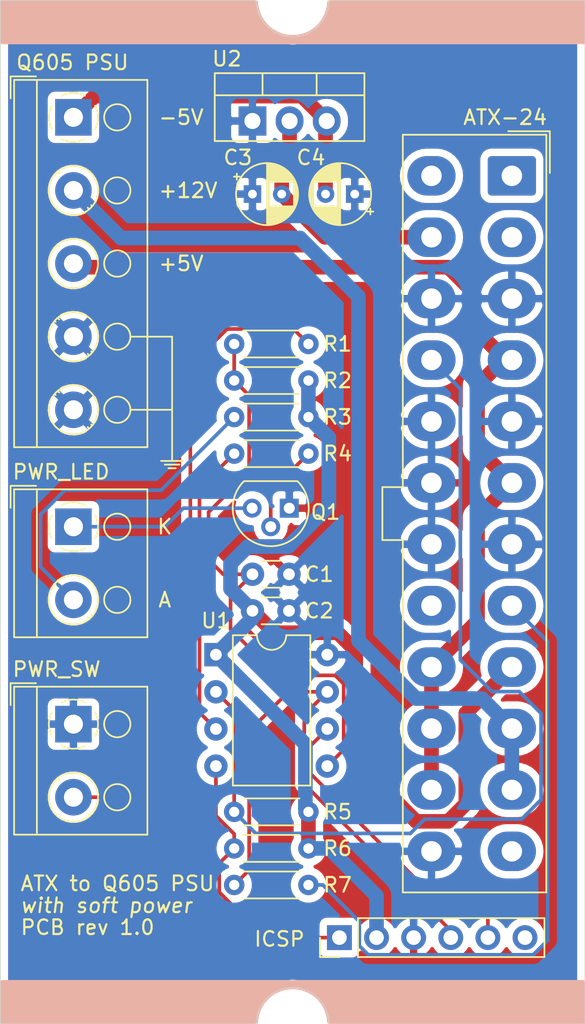
<source format=kicad_pcb>
(kicad_pcb (version 20171130) (host pcbnew "(5.1.6-0-10_14)")
  (layers (0 F.Cu signal) (31 B.Cu signal) (34 B.Paste user) (35 F.Paste user) (36 B.SilkS user) (37 F.SilkS user) (38 B.Mask user) (39 F.Mask user) (44 Edge.Cuts user))
  (net 0 "")
  (net 1 GND)
  (net 2 /PWR_SW)
  (net 3 +5VA)
  (net 4 -12V)
  (net 5 -5V)
  (net 6 "Net-(J1-Pad20)")
  (net 7 /~ATX_PWR_ON~)
  (net 8 +12V)
  (net 9 /ATX_PWR_OK)
  (net 10 +5V)
  (net 11 "Net-(J2-Pad2)")
  (net 12 /LED_A)
  (net 13 /LED_K)
  (net 14 "Net-(J5-Pad6)")
  (net 15 /ICSP_CLK)
  (net 16 /ICSP_DAT)
  (net 17 /~MCLR~)
  (net 18 "Net-(Q1-Pad2)")
  (net 19 /PWR_LED)
  (net 20 "Net-(J1-Pad1)")
  (module Resistor_THT:R_Axial_DIN0204_L3.6mm_D1.6mm_P5.08mm_Horizontal (layer F.Cu) (at 136 140.5)
    (fp_text reference R7 (at 6 0) (layer F.SilkS) (effects (justify left)))
    (fp_text value 10k)
    (fp_line (start 0.62 -0.92) (end 4.46 -0.92) (layer F.SilkS) (width 0.12))
    (fp_line (start 0.62 0.92) (end 4.46 0.92) (layer F.SilkS) (width 0.12))
    (pad 2 thru_hole oval (at 5.08 0) (size 1.4 1.4) (drill 0.7) (layers *.Cu *.Mask) (net 9 /ATX_PWR_OK))
    (pad 1 thru_hole circle (at 0 0) (size 1.4 1.4) (drill 0.7) (layers *.Cu *.Mask) (net 16 /ICSP_DAT))
  )
  (module Package_TO_SOT_THT:TO-92 (layer F.Cu) (at 139.77 114.73 180)
    (fp_text reference Q1 (at -2.48 -0.27) (layer F.SilkS))
    (fp_text value Q_NPN_EBC)
    (fp_line (start -0.53 1.85) (end 3.07 1.85) (layer F.SilkS) (width 0.12))
    (fp_arc (start 1.27 0) (end 1.27 -2.6) (angle 135) (layer F.SilkS) (width 0.12))
    (fp_arc (start 1.27 0) (end 1.27 -2.6) (angle -135) (layer F.SilkS) (width 0.12))
    (pad 1 thru_hole rect (at 0 0 270) (size 1.3 1.3) (drill 0.75) (layers *.Cu *.Mask) (net 1 GND))
    (pad 3 thru_hole circle (at 2.54 0 270) (size 1.3 1.3) (drill 0.75) (layers *.Cu *.Mask) (net 13 /LED_K))
    (pad 2 thru_hole circle (at 1.27 -1.27 270) (size 1.3 1.3) (drill 0.75) (layers *.Cu *.Mask) (net 18 "Net-(Q1-Pad2)"))
  )
  (module Resistor_THT:R_Axial_DIN0204_L3.6mm_D1.6mm_P5.08mm_Horizontal (layer F.Cu) (at 136 111)
    (fp_text reference R4 (at 6 0) (layer F.SilkS) (effects (justify left)))
    (fp_text value 10k)
    (fp_line (start 0.62 0.92) (end 4.46 0.92) (layer F.SilkS) (width 0.12))
    (fp_line (start 0.62 -0.92) (end 4.46 -0.92) (layer F.SilkS) (width 0.12))
    (pad 2 thru_hole oval (at 5.08 0) (size 1.4 1.4) (drill 0.7) (layers *.Cu *.Mask) (net 18 "Net-(Q1-Pad2)"))
    (pad 1 thru_hole circle (at 0 0) (size 1.4 1.4) (drill 0.7) (layers *.Cu *.Mask) (net 19 /PWR_LED))
  )
  (module Resistor_THT:R_Axial_DIN0204_L3.6mm_D1.6mm_P5.08mm_Horizontal (layer F.Cu) (at 136 108.5)
    (fp_text reference R3 (at 6 0) (layer F.SilkS) (effects (justify left)))
    (fp_text value 0)
    (fp_line (start 0.62 0.92) (end 4.46 0.92) (layer F.SilkS) (width 0.12))
    (fp_line (start 0.62 -0.92) (end 4.46 -0.92) (layer F.SilkS) (width 0.12))
    (pad 2 thru_hole oval (at 5.08 0) (size 1.4 1.4) (drill 0.7) (layers *.Cu *.Mask) (net 3 +5VA))
    (pad 1 thru_hole circle (at 0 0) (size 1.4 1.4) (drill 0.7) (layers *.Cu *.Mask) (net 12 /LED_A))
  )
  (module Resistor_THT:R_Axial_DIN0204_L3.6mm_D1.6mm_P5.08mm_Horizontal (layer F.Cu) (at 136 106)
    (fp_text reference R2 (at 6 0) (layer F.SilkS) (effects (justify left)))
    (fp_text value 10k)
    (fp_line (start 0.62 0.92) (end 4.46 0.92) (layer F.SilkS) (width 0.12))
    (fp_line (start 0.62 -0.92) (end 4.46 -0.92) (layer F.SilkS) (width 0.12))
    (pad 2 thru_hole oval (at 5.08 0) (size 1.4 1.4) (drill 0.7) (layers *.Cu *.Mask) (net 3 +5VA))
    (pad 1 thru_hole circle (at 0 0) (size 1.4 1.4) (drill 0.7) (layers *.Cu *.Mask) (net 2 /PWR_SW))
  )
  (module Resistor_THT:R_Axial_DIN0204_L3.6mm_D1.6mm_P5.08mm_Horizontal (layer F.Cu) (at 136 103.5)
    (fp_text reference R1 (at 6 0) (layer F.SilkS) (effects (justify left)))
    (fp_text value 1k)
    (fp_line (start 0.62 0.92) (end 4.46 0.92) (layer F.SilkS) (width 0.12))
    (fp_line (start 0.62 -0.92) (end 4.46 -0.92) (layer F.SilkS) (width 0.12))
    (pad 2 thru_hole oval (at 5.08 0) (size 1.4 1.4) (drill 0.7) (layers *.Cu *.Mask) (net 11 "Net-(J2-Pad2)"))
    (pad 1 thru_hole circle (at 0 0) (size 1.4 1.4) (drill 0.7) (layers *.Cu *.Mask) (net 2 /PWR_SW))
  )
  (module TerminalBlock_RND:TerminalBlock_RND_205-00004_1x05_P5.00mm_Horizontal (layer F.Cu) (at 125 88 270)
    (fp_text reference J4 hide)
    (fp_text value Screw_Terminal_01x05)
    (fp_line (start -2.8 4.3) (end -1.3 4.3) (layer F.SilkS) (width 0.12))
    (fp_line (start -2.8 2.56) (end -2.8 4.3) (layer F.SilkS) (width 0.12))
    (fp_line (start 18.82 0.976) (end 18.726 1.069) (layer F.SilkS) (width 0.12))
    (fp_line (start 21.07 -1.275) (end 21.011 -1.216) (layer F.SilkS) (width 0.12))
    (fp_line (start 18.99 1.216) (end 18.931 1.274) (layer F.SilkS) (width 0.12))
    (fp_line (start 21.275 -1.069) (end 21.181 -0.976) (layer F.SilkS) (width 0.12))
    (fp_line (start 13.82 0.976) (end 13.726 1.069) (layer F.SilkS) (width 0.12))
    (fp_line (start 16.07 -1.275) (end 16.011 -1.216) (layer F.SilkS) (width 0.12))
    (fp_line (start 13.99 1.216) (end 13.931 1.274) (layer F.SilkS) (width 0.12))
    (fp_line (start 16.275 -1.069) (end 16.181 -0.976) (layer F.SilkS) (width 0.12))
    (fp_line (start 8.82 0.976) (end 8.726 1.069) (layer F.SilkS) (width 0.12))
    (fp_line (start 11.07 -1.275) (end 11.011 -1.216) (layer F.SilkS) (width 0.12))
    (fp_line (start 8.99 1.216) (end 8.931 1.274) (layer F.SilkS) (width 0.12))
    (fp_line (start 11.275 -1.069) (end 11.181 -0.976) (layer F.SilkS) (width 0.12))
    (fp_line (start 3.82 0.976) (end 3.726 1.069) (layer F.SilkS) (width 0.12))
    (fp_line (start 6.07 -1.275) (end 6.011 -1.216) (layer F.SilkS) (width 0.12))
    (fp_line (start 3.99 1.216) (end 3.931 1.274) (layer F.SilkS) (width 0.12))
    (fp_line (start 6.275 -1.069) (end 6.181 -0.976) (layer F.SilkS) (width 0.12))
    (fp_line (start 22.56 -5.06) (end 22.56 4.06) (layer F.SilkS) (width 0.12))
    (fp_line (start -2.56 -5.06) (end -2.56 4.06) (layer F.SilkS) (width 0.12))
    (fp_line (start -2.56 4.06) (end 22.56 4.06) (layer F.SilkS) (width 0.12))
    (fp_line (start -2.56 -5.06) (end 22.56 -5.06) (layer F.SilkS) (width 0.12))
    (fp_line (start -2.56 2.5) (end 22.56 2.5) (layer F.SilkS) (width 0.12))
    (fp_circle (center 20 -3) (end 20.9 -3) (layer F.SilkS) (width 0.12))
    (fp_circle (center 20 0) (end 21.68 0) (layer F.SilkS) (width 0.12))
    (fp_circle (center 15 -3) (end 15.9 -3) (layer F.SilkS) (width 0.12))
    (fp_circle (center 15 0) (end 16.68 0) (layer F.SilkS) (width 0.12))
    (fp_circle (center 10 -3) (end 10.9 -3) (layer F.SilkS) (width 0.12))
    (fp_circle (center 10 0) (end 11.68 0) (layer F.SilkS) (width 0.12))
    (fp_circle (center 5 -3) (end 5.9 -3) (layer F.SilkS) (width 0.12))
    (fp_circle (center 5 0) (end 6.68 0) (layer F.SilkS) (width 0.12))
    (fp_circle (center 0 -3) (end 0.9 -3) (layer F.SilkS) (width 0.12))
    (fp_arc (start 0 0) (end -0.789 1.484) (angle -29) (layer F.SilkS) (width 0.12))
    (fp_arc (start 0 0) (end -1.484 -0.789) (angle -56) (layer F.SilkS) (width 0.12))
    (fp_arc (start 0 0) (end 0.789 -1.484) (angle -56) (layer F.SilkS) (width 0.12))
    (fp_arc (start 0 0) (end 1.484 0.789) (angle -56) (layer F.SilkS) (width 0.12))
    (fp_arc (start 0 0) (end 0 1.68) (angle -28) (layer F.SilkS) (width 0.12))
    (pad 5 thru_hole circle (at 20 0 270) (size 2.5 2.5) (drill 1.3) (layers *.Cu *.Mask) (net 1 GND))
    (pad 4 thru_hole circle (at 15 0 270) (size 2.5 2.5) (drill 1.3) (layers *.Cu *.Mask) (net 1 GND))
    (pad 3 thru_hole circle (at 10 0 270) (size 2.5 2.5) (drill 1.3) (layers *.Cu *.Mask) (net 10 +5V))
    (pad 2 thru_hole circle (at 5 0 270) (size 2.5 2.5) (drill 1.3) (layers *.Cu *.Mask) (net 8 +12V))
    (pad 1 thru_hole rect (at 0 0 270) (size 2.5 2.5) (drill 1.3) (layers *.Cu *.Mask) (net 5 -5V))
  )
  (module TerminalBlock_RND:TerminalBlock_RND_205-00001_1x02_P5.00mm_Horizontal (layer F.Cu) (at 125 129.5 270)
    (fp_text reference J2 hide)
    (fp_text value Screw_Terminal_01x02)
    (fp_line (start -2.8 4.3) (end -1.3 4.3) (layer F.SilkS) (width 0.12))
    (fp_line (start -2.8 2.56) (end -2.8 4.3) (layer F.SilkS) (width 0.12))
    (fp_line (start 3.82 0.976) (end 3.726 1.069) (layer F.SilkS) (width 0.12))
    (fp_line (start 6.07 -1.275) (end 6.011 -1.216) (layer F.SilkS) (width 0.12))
    (fp_line (start 3.99 1.216) (end 3.931 1.274) (layer F.SilkS) (width 0.12))
    (fp_line (start 6.275 -1.069) (end 6.181 -0.976) (layer F.SilkS) (width 0.12))
    (fp_line (start 7.56 -5.06) (end 7.56 4.06) (layer F.SilkS) (width 0.12))
    (fp_line (start -2.56 -5.06) (end -2.56 4.06) (layer F.SilkS) (width 0.12))
    (fp_line (start -2.56 4.06) (end 7.56 4.06) (layer F.SilkS) (width 0.12))
    (fp_line (start -2.56 -5.06) (end 7.56 -5.06) (layer F.SilkS) (width 0.12))
    (fp_line (start -2.56 2.5) (end 7.56 2.5) (layer F.SilkS) (width 0.12))
    (fp_circle (center 5 -3) (end 5.9 -3) (layer F.SilkS) (width 0.12))
    (fp_circle (center 5 0) (end 6.68 0) (layer F.SilkS) (width 0.12))
    (fp_circle (center 0 -3) (end 0.9 -3) (layer F.SilkS) (width 0.12))
    (fp_arc (start 0 0) (end -0.789 1.484) (angle -29) (layer F.SilkS) (width 0.12))
    (fp_arc (start 0 0) (end -1.484 -0.789) (angle -56) (layer F.SilkS) (width 0.12))
    (fp_arc (start 0 0) (end 0.789 -1.484) (angle -56) (layer F.SilkS) (width 0.12))
    (fp_arc (start 0 0) (end 1.484 0.789) (angle -56) (layer F.SilkS) (width 0.12))
    (fp_arc (start 0 0) (end 0 1.68) (angle -28) (layer F.SilkS) (width 0.12))
    (pad 2 thru_hole circle (at 5 0 270) (size 2.5 2.5) (drill 1.3) (layers *.Cu *.Mask) (net 11 "Net-(J2-Pad2)"))
    (pad 1 thru_hole rect (at 0 0 270) (size 2.5 2.5) (drill 1.3) (layers *.Cu *.Mask) (net 1 GND))
  )
  (module TerminalBlock_RND:TerminalBlock_RND_205-00001_1x02_P5.00mm_Horizontal (layer F.Cu) (at 125 116 270)
    (fp_text reference J3 hide)
    (fp_text value Screw_Terminal_01x02)
    (fp_line (start -2.8 4.3) (end -1.3 4.3) (layer F.SilkS) (width 0.12))
    (fp_line (start -2.8 2.56) (end -2.8 4.3) (layer F.SilkS) (width 0.12))
    (fp_line (start 3.82 0.976) (end 3.726 1.069) (layer F.SilkS) (width 0.12))
    (fp_line (start 6.07 -1.275) (end 6.011 -1.216) (layer F.SilkS) (width 0.12))
    (fp_line (start 3.99 1.216) (end 3.931 1.274) (layer F.SilkS) (width 0.12))
    (fp_line (start 6.275 -1.069) (end 6.181 -0.976) (layer F.SilkS) (width 0.12))
    (fp_line (start 7.56 -5.06) (end 7.56 4.06) (layer F.SilkS) (width 0.12))
    (fp_line (start -2.56 -5.06) (end -2.56 4.06) (layer F.SilkS) (width 0.12))
    (fp_line (start -2.56 4.06) (end 7.56 4.06) (layer F.SilkS) (width 0.12))
    (fp_line (start -2.56 -5.06) (end 7.56 -5.06) (layer F.SilkS) (width 0.12))
    (fp_line (start -2.56 2.5) (end 7.56 2.5) (layer F.SilkS) (width 0.12))
    (fp_circle (center 5 -3) (end 5.9 -3) (layer F.SilkS) (width 0.12))
    (fp_circle (center 5 0) (end 6.68 0) (layer F.SilkS) (width 0.12))
    (fp_circle (center 0 -3) (end 0.9 -3) (layer F.SilkS) (width 0.12))
    (fp_arc (start 0 0) (end -0.789 1.484) (angle -29) (layer F.SilkS) (width 0.12))
    (fp_arc (start 0 0) (end -1.484 -0.789) (angle -56) (layer F.SilkS) (width 0.12))
    (fp_arc (start 0 0) (end 0.789 -1.484) (angle -56) (layer F.SilkS) (width 0.12))
    (fp_arc (start 0 0) (end 1.484 0.789) (angle -56) (layer F.SilkS) (width 0.12))
    (fp_arc (start 0 0) (end 0 1.68) (angle -28) (layer F.SilkS) (width 0.12))
    (pad 2 thru_hole circle (at 5 0 270) (size 2.5 2.5) (drill 1.3) (layers *.Cu *.Mask) (net 12 /LED_A))
    (pad 1 thru_hole rect (at 0 0 270) (size 2.5 2.5) (drill 1.3) (layers *.Cu *.Mask) (net 13 /LED_K))
  )
  (module Connector_Molex:Molex_Mini-Fit_Jr_5566-24A_2x12_P4.20mm_Vertical (layer F.Cu) (at 155 92 270)
    (fp_text reference J1 hide)
    (fp_text value ATX-24)
    (fp_line (start -3.05 -2.6) (end -3.05 0.25) (layer F.SilkS) (width 0.12))
    (fp_line (start -0.2 -2.6) (end -3.05 -2.6) (layer F.SilkS) (width 0.12))
    (fp_line (start 24.91 8.86) (end 23.1 8.86) (layer F.SilkS) (width 0.12))
    (fp_line (start 24.91 7.46) (end 24.91 8.86) (layer F.SilkS) (width 0.12))
    (fp_line (start 49.01 7.46) (end 24.91 7.46) (layer F.SilkS) (width 0.12))
    (fp_line (start 49.01 -2.36) (end 49.01 7.46) (layer F.SilkS) (width 0.12))
    (fp_line (start 23.1 -2.36) (end 49.01 -2.36) (layer F.SilkS) (width 0.12))
    (fp_line (start 21.29 8.86) (end 23.1 8.86) (layer F.SilkS) (width 0.12))
    (fp_line (start 21.29 7.46) (end 21.29 8.86) (layer F.SilkS) (width 0.12))
    (fp_line (start -2.81 7.46) (end 21.29 7.46) (layer F.SilkS) (width 0.12))
    (fp_line (start -2.81 -2.36) (end -2.81 7.46) (layer F.SilkS) (width 0.12))
    (fp_line (start 23.1 -2.36) (end -2.81 -2.36) (layer F.SilkS) (width 0.12))
    (pad 24 thru_hole oval (at 46.2 5.5 270) (size 2.7 3.3) (drill 1.4) (layers *.Cu *.Mask) (net 1 GND))
    (pad 23 thru_hole oval (at 42 5.5 270) (size 2.7 3.3) (drill 1.4) (layers *.Cu *.Mask) (net 10 +5V))
    (pad 22 thru_hole oval (at 37.8 5.5 270) (size 2.7 3.3) (drill 1.4) (layers *.Cu *.Mask) (net 10 +5V))
    (pad 21 thru_hole oval (at 33.6 5.5 270) (size 2.7 3.3) (drill 1.4) (layers *.Cu *.Mask) (net 10 +5V))
    (pad 20 thru_hole oval (at 29.4 5.5 270) (size 2.7 3.3) (drill 1.4) (layers *.Cu *.Mask) (net 6 "Net-(J1-Pad20)"))
    (pad 19 thru_hole oval (at 25.2 5.5 270) (size 2.7 3.3) (drill 1.4) (layers *.Cu *.Mask) (net 1 GND))
    (pad 18 thru_hole oval (at 21 5.5 270) (size 2.7 3.3) (drill 1.4) (layers *.Cu *.Mask) (net 1 GND))
    (pad 17 thru_hole oval (at 16.8 5.5 270) (size 2.7 3.3) (drill 1.4) (layers *.Cu *.Mask) (net 1 GND))
    (pad 16 thru_hole oval (at 12.6 5.5 270) (size 2.7 3.3) (drill 1.4) (layers *.Cu *.Mask) (net 7 /~ATX_PWR_ON~))
    (pad 15 thru_hole oval (at 8.4 5.5 270) (size 2.7 3.3) (drill 1.4) (layers *.Cu *.Mask) (net 1 GND))
    (pad 14 thru_hole oval (at 4.2 5.5 270) (size 2.7 3.3) (drill 1.4) (layers *.Cu *.Mask) (net 4 -12V))
    (pad 13 thru_hole oval (at 0 5.5 270) (size 2.7 3.3) (drill 1.4) (layers *.Cu *.Mask) (net 20 "Net-(J1-Pad1)"))
    (pad 12 thru_hole oval (at 46.2 0 270) (size 2.7 3.3) (drill 1.4) (layers *.Cu *.Mask) (net 20 "Net-(J1-Pad1)"))
    (pad 11 thru_hole oval (at 42 0 270) (size 2.7 3.3) (drill 1.4) (layers *.Cu *.Mask) (net 8 +12V))
    (pad 10 thru_hole oval (at 37.8 0 270) (size 2.7 3.3) (drill 1.4) (layers *.Cu *.Mask) (net 8 +12V))
    (pad 9 thru_hole oval (at 33.6 0 270) (size 2.7 3.3) (drill 1.4) (layers *.Cu *.Mask) (net 3 +5VA))
    (pad 8 thru_hole oval (at 29.4 0 270) (size 2.7 3.3) (drill 1.4) (layers *.Cu *.Mask) (net 9 /ATX_PWR_OK))
    (pad 7 thru_hole oval (at 25.2 0 270) (size 2.7 3.3) (drill 1.4) (layers *.Cu *.Mask) (net 1 GND))
    (pad 6 thru_hole oval (at 21 0 270) (size 2.7 3.3) (drill 1.4) (layers *.Cu *.Mask) (net 10 +5V))
    (pad 5 thru_hole oval (at 16.8 0 270) (size 2.7 3.3) (drill 1.4) (layers *.Cu *.Mask) (net 1 GND))
    (pad 4 thru_hole oval (at 12.6 0 270) (size 2.7 3.3) (drill 1.4) (layers *.Cu *.Mask) (net 10 +5V))
    (pad 3 thru_hole oval (at 8.4 0 270) (size 2.7 3.3) (drill 1.4) (layers *.Cu *.Mask) (net 1 GND))
    (pad 2 thru_hole oval (at 4.2 0 270) (size 2.7 3.3) (drill 1.4) (layers *.Cu *.Mask) (net 20 "Net-(J1-Pad1)"))
    (pad 1 thru_hole roundrect (at 0 0 270) (size 2.7 3.3) (drill 1.4) (layers *.Cu *.Mask) (roundrect_rratio 0.09259299999999999) (net 20 "Net-(J1-Pad1)"))
  )
  (module Package_TO_SOT_THT:TO-220-3_Vertical (layer F.Cu) (at 137.25 88.25)
    (fp_text reference U2 (at -1.75 -4.25) (layer F.SilkS))
    (fp_text value MC79M05_TO220)
    (fp_line (start 4.391 -3.27) (end 4.391 -1.76) (layer F.SilkS) (width 0.12))
    (fp_line (start 0.69 -3.27) (end 0.69 -1.76) (layer F.SilkS) (width 0.12))
    (fp_line (start -2.58 -1.76) (end 7.66 -1.76) (layer F.SilkS) (width 0.12))
    (fp_line (start 7.66 -3.27) (end 7.66 1.371) (layer F.SilkS) (width 0.12))
    (fp_line (start -2.58 -3.27) (end -2.58 1.371) (layer F.SilkS) (width 0.12))
    (fp_line (start -2.58 1.371) (end 7.66 1.371) (layer F.SilkS) (width 0.12))
    (fp_line (start -2.58 -3.27) (end 7.66 -3.27) (layer F.SilkS) (width 0.12))
    (pad 3 thru_hole oval (at 5.08 0) (size 1.905 2) (drill 1.1) (layers *.Cu *.Mask) (net 5 -5V))
    (pad 2 thru_hole oval (at 2.54 0) (size 1.905 2) (drill 1.1) (layers *.Cu *.Mask) (net 4 -12V))
    (pad 1 thru_hole rect (at 0 0) (size 1.905 2) (drill 1.1) (layers *.Cu *.Mask) (net 1 GND))
  )
  (module Package_DIP:DIP-8_W7.62mm (layer F.Cu) (at 134.75 124.75)
    (fp_text reference U1 (at 0 -2.33) (layer F.SilkS))
    (fp_text value PIC16F18313)
    (fp_line (start 6.46 -1.33) (end 4.81 -1.33) (layer F.SilkS) (width 0.12))
    (fp_line (start 6.46 8.95) (end 6.46 -1.33) (layer F.SilkS) (width 0.12))
    (fp_line (start 1.16 8.95) (end 6.46 8.95) (layer F.SilkS) (width 0.12))
    (fp_line (start 1.16 -1.33) (end 1.16 8.95) (layer F.SilkS) (width 0.12))
    (fp_line (start 2.81 -1.33) (end 1.16 -1.33) (layer F.SilkS) (width 0.12))
    (fp_arc (start 3.81 -1.33) (end 2.81 -1.33) (angle -180) (layer F.SilkS) (width 0.12))
    (pad 8 thru_hole oval (at 7.62 0) (size 1.6 1.6) (drill 0.8) (layers *.Cu *.Mask) (net 1 GND))
    (pad 4 thru_hole oval (at 0 7.62) (size 1.6 1.6) (drill 0.8) (layers *.Cu *.Mask) (net 17 /~MCLR~))
    (pad 7 thru_hole oval (at 7.62 2.54) (size 1.6 1.6) (drill 0.8) (layers *.Cu *.Mask) (net 16 /ICSP_DAT))
    (pad 3 thru_hole oval (at 0 5.08) (size 1.6 1.6) (drill 0.8) (layers *.Cu *.Mask) (net 19 /PWR_LED))
    (pad 6 thru_hole oval (at 7.62 5.08) (size 1.6 1.6) (drill 0.8) (layers *.Cu *.Mask) (net 15 /ICSP_CLK))
    (pad 2 thru_hole oval (at 0 2.54) (size 1.6 1.6) (drill 0.8) (layers *.Cu *.Mask) (net 7 /~ATX_PWR_ON~))
    (pad 5 thru_hole oval (at 7.62 7.62) (size 1.6 1.6) (drill 0.8) (layers *.Cu *.Mask) (net 2 /PWR_SW))
    (pad 1 thru_hole rect (at 0 0) (size 1.6 1.6) (drill 0.8) (layers *.Cu *.Mask) (net 3 +5VA))
  )
  (module Resistor_THT:R_Axial_DIN0204_L3.6mm_D1.6mm_P5.08mm_Horizontal (layer F.Cu) (at 136 138)
    (fp_text reference R6 (at 6 0) (layer F.SilkS) (effects (justify left)))
    (fp_text value 10k)
    (fp_line (start 0.62 0.92) (end 4.46 0.92) (layer F.SilkS) (width 0.12))
    (fp_line (start 0.62 -0.92) (end 4.46 -0.92) (layer F.SilkS) (width 0.12))
    (pad 2 thru_hole oval (at 5.08 0) (size 1.4 1.4) (drill 0.7) (layers *.Cu *.Mask) (net 3 +5VA))
    (pad 1 thru_hole circle (at 0 0) (size 1.4 1.4) (drill 0.7) (layers *.Cu *.Mask) (net 17 /~MCLR~))
  )
  (module Resistor_THT:R_Axial_DIN0204_L3.6mm_D1.6mm_P5.08mm_Horizontal (layer F.Cu) (at 136 135.5)
    (fp_text reference R5 (at 6 0) (layer F.SilkS) (effects (justify left)))
    (fp_text value 10k)
    (fp_line (start 0.62 0.92) (end 4.46 0.92) (layer F.SilkS) (width 0.12))
    (fp_line (start 0.62 -0.92) (end 4.46 -0.92) (layer F.SilkS) (width 0.12))
    (pad 2 thru_hole oval (at 5.08 0) (size 1.4 1.4) (drill 0.7) (layers *.Cu *.Mask) (net 3 +5VA))
    (pad 1 thru_hole circle (at 0 0) (size 1.4 1.4) (drill 0.7) (layers *.Cu *.Mask) (net 7 /~ATX_PWR_ON~))
  )
  (module Connector_PinHeader_2.54mm:PinHeader_1x06_P2.54mm_Vertical (layer F.Cu) (at 143.2 144.1 90)
    (fp_text reference J5 hide)
    (fp_text value Conn_01x06)
    (fp_line (start -1.33 -1.33) (end 0 -1.33) (layer F.SilkS) (width 0.12))
    (fp_line (start -1.33 0) (end -1.33 -1.33) (layer F.SilkS) (width 0.12))
    (fp_line (start -1.33 1.27) (end 1.33 1.27) (layer F.SilkS) (width 0.12))
    (fp_line (start 1.33 1.27) (end 1.33 14.03) (layer F.SilkS) (width 0.12))
    (fp_line (start -1.33 1.27) (end -1.33 14.03) (layer F.SilkS) (width 0.12))
    (fp_line (start -1.33 14.03) (end 1.33 14.03) (layer F.SilkS) (width 0.12))
    (pad 6 thru_hole oval (at 0 12.7 90) (size 1.7 1.7) (drill 1) (layers *.Cu *.Mask) (net 14 "Net-(J5-Pad6)"))
    (pad 5 thru_hole oval (at 0 10.16 90) (size 1.7 1.7) (drill 1) (layers *.Cu *.Mask) (net 15 /ICSP_CLK))
    (pad 4 thru_hole oval (at 0 7.62 90) (size 1.7 1.7) (drill 1) (layers *.Cu *.Mask) (net 16 /ICSP_DAT))
    (pad 3 thru_hole oval (at 0 5.08 90) (size 1.7 1.7) (drill 1) (layers *.Cu *.Mask) (net 1 GND))
    (pad 2 thru_hole oval (at 0 2.54 90) (size 1.7 1.7) (drill 1) (layers *.Cu *.Mask) (net 3 +5VA))
    (pad 1 thru_hole rect (at 0 0 90) (size 1.7 1.7) (drill 1) (layers *.Cu *.Mask) (net 17 /~MCLR~))
  )
  (module Capacitor_THT:CP_Radial_D4.0mm_P2.00mm (layer F.Cu) (at 144.25 93.25 180)
    (fp_text reference C4 (at 3 2.5) (layer F.SilkS))
    (fp_text value 1u)
    (fp_line (start -1.069801 -1.395) (end -1.069801 -0.995) (layer F.SilkS) (width 0.12))
    (fp_line (start -1.269801 -1.195) (end -0.869801 -1.195) (layer F.SilkS) (width 0.12))
    (fp_line (start 3.081 -0.37) (end 3.081 0.37) (layer F.SilkS) (width 0.12))
    (fp_line (start 3.041 -0.537) (end 3.041 0.537) (layer F.SilkS) (width 0.12))
    (fp_line (start 3.001 -0.664) (end 3.001 0.664) (layer F.SilkS) (width 0.12))
    (fp_line (start 2.961 -0.768) (end 2.961 0.768) (layer F.SilkS) (width 0.12))
    (fp_line (start 2.921 -0.859) (end 2.921 0.859) (layer F.SilkS) (width 0.12))
    (fp_line (start 2.881 -0.94) (end 2.881 0.94) (layer F.SilkS) (width 0.12))
    (fp_line (start 2.841 -1.013) (end 2.841 1.013) (layer F.SilkS) (width 0.12))
    (fp_line (start 2.801 0.84) (end 2.801 1.08) (layer F.SilkS) (width 0.12))
    (fp_line (start 2.801 -1.08) (end 2.801 -0.84) (layer F.SilkS) (width 0.12))
    (fp_line (start 2.761 0.84) (end 2.761 1.142) (layer F.SilkS) (width 0.12))
    (fp_line (start 2.761 -1.142) (end 2.761 -0.84) (layer F.SilkS) (width 0.12))
    (fp_line (start 2.721 0.84) (end 2.721 1.2) (layer F.SilkS) (width 0.12))
    (fp_line (start 2.721 -1.2) (end 2.721 -0.84) (layer F.SilkS) (width 0.12))
    (fp_line (start 2.681 0.84) (end 2.681 1.254) (layer F.SilkS) (width 0.12))
    (fp_line (start 2.681 -1.254) (end 2.681 -0.84) (layer F.SilkS) (width 0.12))
    (fp_line (start 2.641 0.84) (end 2.641 1.304) (layer F.SilkS) (width 0.12))
    (fp_line (start 2.641 -1.304) (end 2.641 -0.84) (layer F.SilkS) (width 0.12))
    (fp_line (start 2.601 0.84) (end 2.601 1.351) (layer F.SilkS) (width 0.12))
    (fp_line (start 2.601 -1.351) (end 2.601 -0.84) (layer F.SilkS) (width 0.12))
    (fp_line (start 2.561 0.84) (end 2.561 1.396) (layer F.SilkS) (width 0.12))
    (fp_line (start 2.561 -1.396) (end 2.561 -0.84) (layer F.SilkS) (width 0.12))
    (fp_line (start 2.521 0.84) (end 2.521 1.438) (layer F.SilkS) (width 0.12))
    (fp_line (start 2.521 -1.438) (end 2.521 -0.84) (layer F.SilkS) (width 0.12))
    (fp_line (start 2.481 0.84) (end 2.481 1.478) (layer F.SilkS) (width 0.12))
    (fp_line (start 2.481 -1.478) (end 2.481 -0.84) (layer F.SilkS) (width 0.12))
    (fp_line (start 2.441 0.84) (end 2.441 1.516) (layer F.SilkS) (width 0.12))
    (fp_line (start 2.441 -1.516) (end 2.441 -0.84) (layer F.SilkS) (width 0.12))
    (fp_line (start 2.401 0.84) (end 2.401 1.552) (layer F.SilkS) (width 0.12))
    (fp_line (start 2.401 -1.552) (end 2.401 -0.84) (layer F.SilkS) (width 0.12))
    (fp_line (start 2.361 0.84) (end 2.361 1.587) (layer F.SilkS) (width 0.12))
    (fp_line (start 2.361 -1.587) (end 2.361 -0.84) (layer F.SilkS) (width 0.12))
    (fp_line (start 2.321 0.84) (end 2.321 1.619) (layer F.SilkS) (width 0.12))
    (fp_line (start 2.321 -1.619) (end 2.321 -0.84) (layer F.SilkS) (width 0.12))
    (fp_line (start 2.281 0.84) (end 2.281 1.65) (layer F.SilkS) (width 0.12))
    (fp_line (start 2.281 -1.65) (end 2.281 -0.84) (layer F.SilkS) (width 0.12))
    (fp_line (start 2.241 0.84) (end 2.241 1.68) (layer F.SilkS) (width 0.12))
    (fp_line (start 2.241 -1.68) (end 2.241 -0.84) (layer F.SilkS) (width 0.12))
    (fp_line (start 2.201 0.84) (end 2.201 1.708) (layer F.SilkS) (width 0.12))
    (fp_line (start 2.201 -1.708) (end 2.201 -0.84) (layer F.SilkS) (width 0.12))
    (fp_line (start 2.161 0.84) (end 2.161 1.735) (layer F.SilkS) (width 0.12))
    (fp_line (start 2.161 -1.735) (end 2.161 -0.84) (layer F.SilkS) (width 0.12))
    (fp_line (start 2.121 0.84) (end 2.121 1.76) (layer F.SilkS) (width 0.12))
    (fp_line (start 2.121 -1.76) (end 2.121 -0.84) (layer F.SilkS) (width 0.12))
    (fp_line (start 2.081 0.84) (end 2.081 1.785) (layer F.SilkS) (width 0.12))
    (fp_line (start 2.081 -1.785) (end 2.081 -0.84) (layer F.SilkS) (width 0.12))
    (fp_line (start 2.041 0.84) (end 2.041 1.808) (layer F.SilkS) (width 0.12))
    (fp_line (start 2.041 -1.808) (end 2.041 -0.84) (layer F.SilkS) (width 0.12))
    (fp_line (start 2.001 0.84) (end 2.001 1.83) (layer F.SilkS) (width 0.12))
    (fp_line (start 2.001 -1.83) (end 2.001 -0.84) (layer F.SilkS) (width 0.12))
    (fp_line (start 1.961 0.84) (end 1.961 1.851) (layer F.SilkS) (width 0.12))
    (fp_line (start 1.961 -1.851) (end 1.961 -0.84) (layer F.SilkS) (width 0.12))
    (fp_line (start 1.921 0.84) (end 1.921 1.87) (layer F.SilkS) (width 0.12))
    (fp_line (start 1.921 -1.87) (end 1.921 -0.84) (layer F.SilkS) (width 0.12))
    (fp_line (start 1.881 0.84) (end 1.881 1.889) (layer F.SilkS) (width 0.12))
    (fp_line (start 1.881 -1.889) (end 1.881 -0.84) (layer F.SilkS) (width 0.12))
    (fp_line (start 1.841 0.84) (end 1.841 1.907) (layer F.SilkS) (width 0.12))
    (fp_line (start 1.841 -1.907) (end 1.841 -0.84) (layer F.SilkS) (width 0.12))
    (fp_line (start 1.801 0.84) (end 1.801 1.924) (layer F.SilkS) (width 0.12))
    (fp_line (start 1.801 -1.924) (end 1.801 -0.84) (layer F.SilkS) (width 0.12))
    (fp_line (start 1.761 0.84) (end 1.761 1.94) (layer F.SilkS) (width 0.12))
    (fp_line (start 1.761 -1.94) (end 1.761 -0.84) (layer F.SilkS) (width 0.12))
    (fp_line (start 1.721 0.84) (end 1.721 1.954) (layer F.SilkS) (width 0.12))
    (fp_line (start 1.721 -1.954) (end 1.721 -0.84) (layer F.SilkS) (width 0.12))
    (fp_line (start 1.68 0.84) (end 1.68 1.968) (layer F.SilkS) (width 0.12))
    (fp_line (start 1.68 -1.968) (end 1.68 -0.84) (layer F.SilkS) (width 0.12))
    (fp_line (start 1.64 0.84) (end 1.64 1.982) (layer F.SilkS) (width 0.12))
    (fp_line (start 1.64 -1.982) (end 1.64 -0.84) (layer F.SilkS) (width 0.12))
    (fp_line (start 1.6 0.84) (end 1.6 1.994) (layer F.SilkS) (width 0.12))
    (fp_line (start 1.6 -1.994) (end 1.6 -0.84) (layer F.SilkS) (width 0.12))
    (fp_line (start 1.56 0.84) (end 1.56 2.005) (layer F.SilkS) (width 0.12))
    (fp_line (start 1.56 -2.005) (end 1.56 -0.84) (layer F.SilkS) (width 0.12))
    (fp_line (start 1.52 0.84) (end 1.52 2.016) (layer F.SilkS) (width 0.12))
    (fp_line (start 1.52 -2.016) (end 1.52 -0.84) (layer F.SilkS) (width 0.12))
    (fp_line (start 1.48 0.84) (end 1.48 2.025) (layer F.SilkS) (width 0.12))
    (fp_line (start 1.48 -2.025) (end 1.48 -0.84) (layer F.SilkS) (width 0.12))
    (fp_line (start 1.44 0.84) (end 1.44 2.034) (layer F.SilkS) (width 0.12))
    (fp_line (start 1.44 -2.034) (end 1.44 -0.84) (layer F.SilkS) (width 0.12))
    (fp_line (start 1.4 0.84) (end 1.4 2.042) (layer F.SilkS) (width 0.12))
    (fp_line (start 1.4 -2.042) (end 1.4 -0.84) (layer F.SilkS) (width 0.12))
    (fp_line (start 1.36 0.84) (end 1.36 2.05) (layer F.SilkS) (width 0.12))
    (fp_line (start 1.36 -2.05) (end 1.36 -0.84) (layer F.SilkS) (width 0.12))
    (fp_line (start 1.32 0.84) (end 1.32 2.056) (layer F.SilkS) (width 0.12))
    (fp_line (start 1.32 -2.056) (end 1.32 -0.84) (layer F.SilkS) (width 0.12))
    (fp_line (start 1.28 0.84) (end 1.28 2.062) (layer F.SilkS) (width 0.12))
    (fp_line (start 1.28 -2.062) (end 1.28 -0.84) (layer F.SilkS) (width 0.12))
    (fp_line (start 1.24 0.84) (end 1.24 2.067) (layer F.SilkS) (width 0.12))
    (fp_line (start 1.24 -2.067) (end 1.24 -0.84) (layer F.SilkS) (width 0.12))
    (fp_line (start 1.2 0.84) (end 1.2 2.071) (layer F.SilkS) (width 0.12))
    (fp_line (start 1.2 -2.071) (end 1.2 -0.84) (layer F.SilkS) (width 0.12))
    (fp_line (start 1.16 -2.074) (end 1.16 2.074) (layer F.SilkS) (width 0.12))
    (fp_line (start 1.12 -2.077) (end 1.12 2.077) (layer F.SilkS) (width 0.12))
    (fp_line (start 1.08 -2.079) (end 1.08 2.079) (layer F.SilkS) (width 0.12))
    (fp_line (start 1.04 -2.08) (end 1.04 2.08) (layer F.SilkS) (width 0.12))
    (fp_line (start 1 -2.08) (end 1 2.08) (layer F.SilkS) (width 0.12))
    (fp_circle (center 1 0) (end 3.12 0) (layer F.SilkS) (width 0.12))
    (pad 2 thru_hole circle (at 2 0 180) (size 1.2 1.2) (drill 0.6) (layers *.Cu *.Mask) (net 5 -5V))
    (pad 1 thru_hole rect (at 0 0 180) (size 1.2 1.2) (drill 0.6) (layers *.Cu *.Mask) (net 1 GND))
  )
  (module Capacitor_THT:CP_Radial_D4.0mm_P2.00mm (layer F.Cu) (at 137.25 93.25)
    (fp_text reference C3 (at -1 -2.5 180) (layer F.SilkS))
    (fp_text value 330n)
    (fp_line (start -1.069801 -1.395) (end -1.069801 -0.995) (layer F.SilkS) (width 0.12))
    (fp_line (start -1.269801 -1.195) (end -0.869801 -1.195) (layer F.SilkS) (width 0.12))
    (fp_line (start 3.081 -0.37) (end 3.081 0.37) (layer F.SilkS) (width 0.12))
    (fp_line (start 3.041 -0.537) (end 3.041 0.537) (layer F.SilkS) (width 0.12))
    (fp_line (start 3.001 -0.664) (end 3.001 0.664) (layer F.SilkS) (width 0.12))
    (fp_line (start 2.961 -0.768) (end 2.961 0.768) (layer F.SilkS) (width 0.12))
    (fp_line (start 2.921 -0.859) (end 2.921 0.859) (layer F.SilkS) (width 0.12))
    (fp_line (start 2.881 -0.94) (end 2.881 0.94) (layer F.SilkS) (width 0.12))
    (fp_line (start 2.841 -1.013) (end 2.841 1.013) (layer F.SilkS) (width 0.12))
    (fp_line (start 2.801 0.84) (end 2.801 1.08) (layer F.SilkS) (width 0.12))
    (fp_line (start 2.801 -1.08) (end 2.801 -0.84) (layer F.SilkS) (width 0.12))
    (fp_line (start 2.761 0.84) (end 2.761 1.142) (layer F.SilkS) (width 0.12))
    (fp_line (start 2.761 -1.142) (end 2.761 -0.84) (layer F.SilkS) (width 0.12))
    (fp_line (start 2.721 0.84) (end 2.721 1.2) (layer F.SilkS) (width 0.12))
    (fp_line (start 2.721 -1.2) (end 2.721 -0.84) (layer F.SilkS) (width 0.12))
    (fp_line (start 2.681 0.84) (end 2.681 1.254) (layer F.SilkS) (width 0.12))
    (fp_line (start 2.681 -1.254) (end 2.681 -0.84) (layer F.SilkS) (width 0.12))
    (fp_line (start 2.641 0.84) (end 2.641 1.304) (layer F.SilkS) (width 0.12))
    (fp_line (start 2.641 -1.304) (end 2.641 -0.84) (layer F.SilkS) (width 0.12))
    (fp_line (start 2.601 0.84) (end 2.601 1.351) (layer F.SilkS) (width 0.12))
    (fp_line (start 2.601 -1.351) (end 2.601 -0.84) (layer F.SilkS) (width 0.12))
    (fp_line (start 2.561 0.84) (end 2.561 1.396) (layer F.SilkS) (width 0.12))
    (fp_line (start 2.561 -1.396) (end 2.561 -0.84) (layer F.SilkS) (width 0.12))
    (fp_line (start 2.521 0.84) (end 2.521 1.438) (layer F.SilkS) (width 0.12))
    (fp_line (start 2.521 -1.438) (end 2.521 -0.84) (layer F.SilkS) (width 0.12))
    (fp_line (start 2.481 0.84) (end 2.481 1.478) (layer F.SilkS) (width 0.12))
    (fp_line (start 2.481 -1.478) (end 2.481 -0.84) (layer F.SilkS) (width 0.12))
    (fp_line (start 2.441 0.84) (end 2.441 1.516) (layer F.SilkS) (width 0.12))
    (fp_line (start 2.441 -1.516) (end 2.441 -0.84) (layer F.SilkS) (width 0.12))
    (fp_line (start 2.401 0.84) (end 2.401 1.552) (layer F.SilkS) (width 0.12))
    (fp_line (start 2.401 -1.552) (end 2.401 -0.84) (layer F.SilkS) (width 0.12))
    (fp_line (start 2.361 0.84) (end 2.361 1.587) (layer F.SilkS) (width 0.12))
    (fp_line (start 2.361 -1.587) (end 2.361 -0.84) (layer F.SilkS) (width 0.12))
    (fp_line (start 2.321 0.84) (end 2.321 1.619) (layer F.SilkS) (width 0.12))
    (fp_line (start 2.321 -1.619) (end 2.321 -0.84) (layer F.SilkS) (width 0.12))
    (fp_line (start 2.281 0.84) (end 2.281 1.65) (layer F.SilkS) (width 0.12))
    (fp_line (start 2.281 -1.65) (end 2.281 -0.84) (layer F.SilkS) (width 0.12))
    (fp_line (start 2.241 0.84) (end 2.241 1.68) (layer F.SilkS) (width 0.12))
    (fp_line (start 2.241 -1.68) (end 2.241 -0.84) (layer F.SilkS) (width 0.12))
    (fp_line (start 2.201 0.84) (end 2.201 1.708) (layer F.SilkS) (width 0.12))
    (fp_line (start 2.201 -1.708) (end 2.201 -0.84) (layer F.SilkS) (width 0.12))
    (fp_line (start 2.161 0.84) (end 2.161 1.735) (layer F.SilkS) (width 0.12))
    (fp_line (start 2.161 -1.735) (end 2.161 -0.84) (layer F.SilkS) (width 0.12))
    (fp_line (start 2.121 0.84) (end 2.121 1.76) (layer F.SilkS) (width 0.12))
    (fp_line (start 2.121 -1.76) (end 2.121 -0.84) (layer F.SilkS) (width 0.12))
    (fp_line (start 2.081 0.84) (end 2.081 1.785) (layer F.SilkS) (width 0.12))
    (fp_line (start 2.081 -1.785) (end 2.081 -0.84) (layer F.SilkS) (width 0.12))
    (fp_line (start 2.041 0.84) (end 2.041 1.808) (layer F.SilkS) (width 0.12))
    (fp_line (start 2.041 -1.808) (end 2.041 -0.84) (layer F.SilkS) (width 0.12))
    (fp_line (start 2.001 0.84) (end 2.001 1.83) (layer F.SilkS) (width 0.12))
    (fp_line (start 2.001 -1.83) (end 2.001 -0.84) (layer F.SilkS) (width 0.12))
    (fp_line (start 1.961 0.84) (end 1.961 1.851) (layer F.SilkS) (width 0.12))
    (fp_line (start 1.961 -1.851) (end 1.961 -0.84) (layer F.SilkS) (width 0.12))
    (fp_line (start 1.921 0.84) (end 1.921 1.87) (layer F.SilkS) (width 0.12))
    (fp_line (start 1.921 -1.87) (end 1.921 -0.84) (layer F.SilkS) (width 0.12))
    (fp_line (start 1.881 0.84) (end 1.881 1.889) (layer F.SilkS) (width 0.12))
    (fp_line (start 1.881 -1.889) (end 1.881 -0.84) (layer F.SilkS) (width 0.12))
    (fp_line (start 1.841 0.84) (end 1.841 1.907) (layer F.SilkS) (width 0.12))
    (fp_line (start 1.841 -1.907) (end 1.841 -0.84) (layer F.SilkS) (width 0.12))
    (fp_line (start 1.801 0.84) (end 1.801 1.924) (layer F.SilkS) (width 0.12))
    (fp_line (start 1.801 -1.924) (end 1.801 -0.84) (layer F.SilkS) (width 0.12))
    (fp_line (start 1.761 0.84) (end 1.761 1.94) (layer F.SilkS) (width 0.12))
    (fp_line (start 1.761 -1.94) (end 1.761 -0.84) (layer F.SilkS) (width 0.12))
    (fp_line (start 1.721 0.84) (end 1.721 1.954) (layer F.SilkS) (width 0.12))
    (fp_line (start 1.721 -1.954) (end 1.721 -0.84) (layer F.SilkS) (width 0.12))
    (fp_line (start 1.68 0.84) (end 1.68 1.968) (layer F.SilkS) (width 0.12))
    (fp_line (start 1.68 -1.968) (end 1.68 -0.84) (layer F.SilkS) (width 0.12))
    (fp_line (start 1.64 0.84) (end 1.64 1.982) (layer F.SilkS) (width 0.12))
    (fp_line (start 1.64 -1.982) (end 1.64 -0.84) (layer F.SilkS) (width 0.12))
    (fp_line (start 1.6 0.84) (end 1.6 1.994) (layer F.SilkS) (width 0.12))
    (fp_line (start 1.6 -1.994) (end 1.6 -0.84) (layer F.SilkS) (width 0.12))
    (fp_line (start 1.56 0.84) (end 1.56 2.005) (layer F.SilkS) (width 0.12))
    (fp_line (start 1.56 -2.005) (end 1.56 -0.84) (layer F.SilkS) (width 0.12))
    (fp_line (start 1.52 0.84) (end 1.52 2.016) (layer F.SilkS) (width 0.12))
    (fp_line (start 1.52 -2.016) (end 1.52 -0.84) (layer F.SilkS) (width 0.12))
    (fp_line (start 1.48 0.84) (end 1.48 2.025) (layer F.SilkS) (width 0.12))
    (fp_line (start 1.48 -2.025) (end 1.48 -0.84) (layer F.SilkS) (width 0.12))
    (fp_line (start 1.44 0.84) (end 1.44 2.034) (layer F.SilkS) (width 0.12))
    (fp_line (start 1.44 -2.034) (end 1.44 -0.84) (layer F.SilkS) (width 0.12))
    (fp_line (start 1.4 0.84) (end 1.4 2.042) (layer F.SilkS) (width 0.12))
    (fp_line (start 1.4 -2.042) (end 1.4 -0.84) (layer F.SilkS) (width 0.12))
    (fp_line (start 1.36 0.84) (end 1.36 2.05) (layer F.SilkS) (width 0.12))
    (fp_line (start 1.36 -2.05) (end 1.36 -0.84) (layer F.SilkS) (width 0.12))
    (fp_line (start 1.32 0.84) (end 1.32 2.056) (layer F.SilkS) (width 0.12))
    (fp_line (start 1.32 -2.056) (end 1.32 -0.84) (layer F.SilkS) (width 0.12))
    (fp_line (start 1.28 0.84) (end 1.28 2.062) (layer F.SilkS) (width 0.12))
    (fp_line (start 1.28 -2.062) (end 1.28 -0.84) (layer F.SilkS) (width 0.12))
    (fp_line (start 1.24 0.84) (end 1.24 2.067) (layer F.SilkS) (width 0.12))
    (fp_line (start 1.24 -2.067) (end 1.24 -0.84) (layer F.SilkS) (width 0.12))
    (fp_line (start 1.2 0.84) (end 1.2 2.071) (layer F.SilkS) (width 0.12))
    (fp_line (start 1.2 -2.071) (end 1.2 -0.84) (layer F.SilkS) (width 0.12))
    (fp_line (start 1.16 -2.074) (end 1.16 2.074) (layer F.SilkS) (width 0.12))
    (fp_line (start 1.12 -2.077) (end 1.12 2.077) (layer F.SilkS) (width 0.12))
    (fp_line (start 1.08 -2.079) (end 1.08 2.079) (layer F.SilkS) (width 0.12))
    (fp_line (start 1.04 -2.08) (end 1.04 2.08) (layer F.SilkS) (width 0.12))
    (fp_line (start 1 -2.08) (end 1 2.08) (layer F.SilkS) (width 0.12))
    (fp_circle (center 1 0) (end 3.12 0) (layer F.SilkS) (width 0.12))
    (pad 2 thru_hole circle (at 2 0) (size 1.2 1.2) (drill 0.6) (layers *.Cu *.Mask) (net 4 -12V))
    (pad 1 thru_hole rect (at 0 0) (size 1.2 1.2) (drill 0.6) (layers *.Cu *.Mask) (net 1 GND))
  )
  (module Capacitor_THT:C_Disc_D3.0mm_W1.6mm_P2.50mm (layer F.Cu) (at 137.25 121.75)
    (fp_text reference C2 (at 3.5 0) (layer F.SilkS) (effects (justify left)))
    (fp_text value 0.1u)
    (fp_line (start 0.621 0.92) (end 1.879 0.92) (layer F.SilkS) (width 0.12))
    (fp_line (start 0.621 -0.92) (end 1.879 -0.92) (layer F.SilkS) (width 0.12))
    (pad 2 thru_hole circle (at 2.5 0) (size 1.6 1.6) (drill 0.8) (layers *.Cu *.Mask) (net 1 GND))
    (pad 1 thru_hole circle (at 0 0) (size 1.6 1.6) (drill 0.8) (layers *.Cu *.Mask) (net 3 +5VA))
  )
  (module Capacitor_THT:C_Disc_D3.0mm_W1.6mm_P2.50mm (layer F.Cu) (at 137.25 119.25)
    (fp_text reference C1 (at 3.5 0) (layer F.SilkS) (effects (justify left)))
    (fp_text value 0.1u)
    (fp_line (start 0.621 0.92) (end 1.879 0.92) (layer F.SilkS) (width 0.12))
    (fp_line (start 0.621 -0.92) (end 1.879 -0.92) (layer F.SilkS) (width 0.12))
    (pad 2 thru_hole circle (at 2.5 0) (size 1.6 1.6) (drill 0.8) (layers *.Cu *.Mask) (net 1 GND))
    (pad 1 thru_hole circle (at 0 0) (size 1.6 1.6) (drill 0.8) (layers *.Cu *.Mask) (net 2 /PWR_SW))
  )
  (gr_line (start 131.5 112) (end 132 112) (layer F.SilkS) (width 0.12))
  (gr_line (start 132.25 111.75) (end 132 111.75) (layer F.SilkS) (width 0.12))
  (gr_line (start 131.25 111.75) (end 132.25 111.75) (layer F.SilkS) (width 0.12))
  (gr_arc (start 140 150) (end 142.5 150) (angle -180) (layer Edge.Cuts) (width 0.05))
  (gr_line (start 160 150) (end 142.5 150) (layer Edge.Cuts) (width 0.05))
  (gr_line (start 120 150) (end 137.5 150) (layer Edge.Cuts) (width 0.05))
  (gr_arc (start 140 80) (end 137.5 80) (angle -180) (layer Edge.Cuts) (width 0.05))
  (gr_line (start 160 80) (end 142.5 80) (layer Edge.Cuts) (width 0.05))
  (gr_line (start 120 80) (end 137.5 80) (layer Edge.Cuts) (width 0.05))
  (gr_line (start 131 111.5) (end 132.5 111.5) (layer F.SilkS) (width 0.12))
  (gr_line (start 130 103) (end 128.9 103) (layer F.SilkS) (width 0.12))
  (gr_line (start 128.9 108) (end 131.75 108) (layer F.SilkS) (width 0.12))
  (gr_line (start 131.75 103) (end 131.75 111.5) (layer F.SilkS) (width 0.12))
  (gr_line (start 130 103) (end 131.75 103) (layer F.SilkS) (width 0.12))
  (gr_text ATX-24 (at 157.5 88) (layer F.SilkS) (effects (font (size 1 1)) (justify right)))
  (gr_text +5V (at 130.75 98) (layer F.SilkS) (effects (font (size 1 1)) (justify left)))
  (gr_text +12V (at 130.75 93) (layer F.SilkS) (effects (font (size 1 1)) (justify left)))
  (gr_text -5V (at 130.75 88) (layer F.SilkS) (effects (font (size 1 1)) (justify left)))
  (gr_text "Q605 PSU" (at 121 84.25) (layer F.SilkS) (effects (font (size 1 1)) (justify left)))
  (gr_text K (at 131.25 116) (layer F.SilkS) (effects (font (size 1 1))))
  (gr_text A (at 131.25 121) (layer F.SilkS) (effects (font (size 1 1))))
  (gr_text PWR_SW (at 120.75 125.75) (layer F.SilkS) (effects (font (size 1 1)) (justify left)))
  (gr_text PWR_LED (at 120.75 112.25) (layer F.SilkS) (effects (font (size 1 1)) (justify left)))
  (gr_text ICSP (at 139.1 144.2) (layer F.SilkS) (effects (font (size 1 1))))
  (gr_text "PCB rev 1.0" (at 121.3 143.4) (layer F.SilkS) (effects (font (size 1 1)) (justify left)))
  (gr_text "with soft power" (at 121.3 141.9) (layer F.SilkS) (effects (font (size 1 1) (thickness 0.15) italic) (justify left)))
  (gr_text "ATX to Q605 PSU" (at 121.3 140.4) (layer F.SilkS) (effects (font (size 1 1)) (justify left)))
  (gr_line (start 160 80) (end 160 150) (layer Edge.Cuts) (width 0.05))
  (gr_line (start 120 150) (end 120 80) (layer Edge.Cuts) (width 0.05))
  (segment (start 136 103.5) (end 136 106) (width 0.25) (layer F.Cu) (net 2))
  (segment (start 135.25 119.25) (end 137.25 119.25) (width 0.25) (layer F.Cu) (net 2))
  (segment (start 134.25 118.25) (end 135.25 119.25) (width 0.25) (layer F.Cu) (net 2))
  (segment (start 136 106) (end 137.025001 107.025001) (width 0.25) (layer F.Cu) (net 2))
  (segment (start 134.25 115) (end 134.25 118.25) (width 0.25) (layer F.Cu) (net 2))
  (segment (start 137.025001 112.224999) (end 134.25 115) (width 0.25) (layer F.Cu) (net 2))
  (segment (start 137.025001 107.025001) (end 137.025001 112.224999) (width 0.25) (layer F.Cu) (net 2))
  (segment (start 143.495001 131.244999) (end 142.37 132.37) (width 0.25) (layer F.Cu) (net 2))
  (segment (start 142.910001 126.164999) (end 143.495001 126.749999) (width 0.25) (layer F.Cu) (net 2))
  (segment (start 135.75 123) (end 138.914999 126.164999) (width 0.25) (layer F.Cu) (net 2))
  (segment (start 138.914999 126.164999) (end 142.910001 126.164999) (width 0.25) (layer F.Cu) (net 2))
  (segment (start 135.75 120.75) (end 135.75 123) (width 0.25) (layer F.Cu) (net 2))
  (segment (start 143.495001 126.749999) (end 143.495001 131.244999) (width 0.25) (layer F.Cu) (net 2))
  (segment (start 137.25 119.25) (end 135.75 120.75) (width 0.25) (layer F.Cu) (net 2))
  (segment (start 137.25 122.25) (end 134.75 124.75) (width 1) (layer B.Cu) (net 3))
  (segment (start 137.25 121.75) (end 137.25 122.25) (width 1) (layer B.Cu) (net 3))
  (segment (start 134.75 124.75) (end 140.869999 130.869999) (width 1) (layer B.Cu) (net 3))
  (segment (start 140.869999 135.289999) (end 140.869999 130.869999) (width 1) (layer B.Cu) (net 3))
  (segment (start 141.08 135.5) (end 140.869999 135.289999) (width 1) (layer B.Cu) (net 3))
  (segment (start 141.08 135.5) (end 141.08 138) (width 1) (layer F.Cu) (net 3))
  (segment (start 143.090002 123.25) (end 138.75 123.25) (width 1) (layer F.Cu) (net 3))
  (segment (start 144.320011 124.480009) (end 143.090002 123.25) (width 1) (layer F.Cu) (net 3))
  (segment (start 148.450839 136.14999) (end 144.320011 132.019162) (width 1) (layer F.Cu) (net 3))
  (segment (start 150.649141 136.14999) (end 148.450839 136.14999) (width 1) (layer F.Cu) (net 3))
  (segment (start 151.85001 134.949121) (end 150.649141 136.14999) (width 1) (layer F.Cu) (net 3))
  (segment (start 138.75 123.25) (end 137.25 121.75) (width 1) (layer F.Cu) (net 3))
  (segment (start 151.85001 128.74999) (end 151.85001 134.949121) (width 1) (layer F.Cu) (net 3))
  (segment (start 144.320011 132.019162) (end 144.320011 124.480009) (width 1) (layer F.Cu) (net 3))
  (segment (start 155 125.6) (end 151.85001 128.74999) (width 1) (layer F.Cu) (net 3))
  (segment (start 145.74 141.24) (end 145.74 144.1) (width 1) (layer B.Cu) (net 3))
  (segment (start 142.5 138) (end 145.74 141.24) (width 1) (layer B.Cu) (net 3))
  (segment (start 141.08 138) (end 142.5 138) (width 1) (layer B.Cu) (net 3))
  (segment (start 142.480001 114.580001) (end 142.480001 109.900001) (width 1) (layer B.Cu) (net 3))
  (segment (start 139.710001 117.350001) (end 142.480001 114.580001) (width 1) (layer B.Cu) (net 3))
  (segment (start 136.929997 117.350001) (end 139.710001 117.350001) (width 1) (layer B.Cu) (net 3))
  (segment (start 135.749999 118.529999) (end 136.929997 117.350001) (width 1) (layer B.Cu) (net 3))
  (segment (start 135.749999 120.249999) (end 135.749999 118.529999) (width 1) (layer B.Cu) (net 3))
  (segment (start 142.480001 109.900001) (end 141.08 108.5) (width 1) (layer B.Cu) (net 3))
  (segment (start 137.25 121.75) (end 135.749999 120.249999) (width 1) (layer B.Cu) (net 3))
  (segment (start 141.08 108.5) (end 141.08 106) (width 1) (layer B.Cu) (net 3))
  (segment (start 142.2 96.2) (end 149.5 96.2) (width 1) (layer F.Cu) (net 4))
  (segment (start 139.25 93.25) (end 142.2 96.2) (width 1) (layer F.Cu) (net 4))
  (segment (start 139.25 91) (end 139.25 93.25) (width 1) (layer F.Cu) (net 4))
  (segment (start 139.79 90.46) (end 139.25 91) (width 1) (layer F.Cu) (net 4))
  (segment (start 139.79 88.25) (end 139.79 90.46) (width 1) (layer F.Cu) (net 4))
  (segment (start 140.629999 86.549999) (end 142.33 88.25) (width 1) (layer F.Cu) (net 5))
  (segment (start 126.450001 86.549999) (end 140.629999 86.549999) (width 1) (layer F.Cu) (net 5))
  (segment (start 125 88) (end 126.450001 86.549999) (width 1) (layer F.Cu) (net 5))
  (segment (start 142.25 88.33) (end 142.33 88.25) (width 1) (layer F.Cu) (net 5))
  (segment (start 142.25 93.25) (end 142.25 88.33) (width 1) (layer F.Cu) (net 5))
  (segment (start 136 128.54) (end 136 135.5) (width 0.25) (layer F.Cu) (net 7))
  (segment (start 134.75 127.29) (end 136 128.54) (width 0.25) (layer F.Cu) (net 7))
  (segment (start 151.47501 125.10827) (end 151.47501 106.57501) (width 0.25) (layer B.Cu) (net 7))
  (segment (start 153.64175 127.27501) (end 151.47501 125.10827) (width 0.25) (layer B.Cu) (net 7))
  (segment (start 157 134.668821) (end 157 128.76674) (width 0.25) (layer B.Cu) (net 7))
  (segment (start 155.668821 136) (end 157 134.668821) (width 0.25) (layer B.Cu) (net 7))
  (segment (start 155.50827 127.27501) (end 153.64175 127.27501) (width 0.25) (layer B.Cu) (net 7))
  (segment (start 157 128.76674) (end 155.50827 127.27501) (width 0.25) (layer B.Cu) (net 7))
  (segment (start 148.05618 136.974999) (end 149.031179 136) (width 0.25) (layer B.Cu) (net 7))
  (segment (start 137.474999 136.974999) (end 148.05618 136.974999) (width 0.25) (layer B.Cu) (net 7))
  (segment (start 149.031179 136) (end 155.668821 136) (width 0.25) (layer B.Cu) (net 7))
  (segment (start 151.47501 106.57501) (end 149.5 104.6) (width 0.25) (layer B.Cu) (net 7))
  (segment (start 136 135.5) (end 137.474999 136.974999) (width 0.25) (layer B.Cu) (net 7))
  (segment (start 155 129.8) (end 155 134) (width 1) (layer B.Cu) (net 8))
  (segment (start 152.94999 127.74999) (end 155 129.8) (width 1) (layer B.Cu) (net 8))
  (segment (start 148.450839 127.74999) (end 152.94999 127.74999) (width 1) (layer B.Cu) (net 8))
  (segment (start 144.5 123.799151) (end 148.450839 127.74999) (width 1) (layer B.Cu) (net 8))
  (segment (start 128.25 96.25) (end 140.5 96.25) (width 1) (layer B.Cu) (net 8))
  (segment (start 144.5 100.25) (end 144.5 123.799151) (width 1) (layer B.Cu) (net 8))
  (segment (start 140.5 96.25) (end 144.5 100.25) (width 1) (layer B.Cu) (net 8))
  (segment (start 125 93) (end 128.25 96.25) (width 1) (layer B.Cu) (net 8))
  (segment (start 157.450009 123.850009) (end 155 121.4) (width 0.25) (layer B.Cu) (net 9))
  (segment (start 157.450009 144.288993) (end 157.450009 123.850009) (width 0.25) (layer B.Cu) (net 9))
  (segment (start 156.464001 145.275001) (end 157.450009 144.288993) (width 0.25) (layer B.Cu) (net 9))
  (segment (start 145.175999 145.275001) (end 156.464001 145.275001) (width 0.25) (layer B.Cu) (net 9))
  (segment (start 144.564999 144.664001) (end 145.175999 145.275001) (width 0.25) (layer B.Cu) (net 9))
  (segment (start 144.564999 142.99505) (end 144.564999 144.664001) (width 0.25) (layer B.Cu) (net 9))
  (segment (start 142.069949 140.5) (end 144.564999 142.99505) (width 0.25) (layer B.Cu) (net 9))
  (segment (start 141.08 140.5) (end 142.069949 140.5) (width 0.25) (layer B.Cu) (net 9))
  (segment (start 149.5 125.6) (end 149.5 134) (width 1) (layer F.Cu) (net 10))
  (segment (start 152.64999 115.35001) (end 155 113) (width 1) (layer F.Cu) (net 10))
  (segment (start 152.64999 122.45001) (end 152.64999 115.35001) (width 1) (layer F.Cu) (net 10))
  (segment (start 149.5 125.6) (end 152.64999 122.45001) (width 1) (layer F.Cu) (net 10))
  (segment (start 152.64999 110.64999) (end 155 113) (width 1) (layer F.Cu) (net 10))
  (segment (start 154.4 104.6) (end 152.64999 106.35001) (width 1) (layer F.Cu) (net 10))
  (segment (start 152.64999 106.35001) (end 152.64999 110.64999) (width 1) (layer F.Cu) (net 10))
  (segment (start 155 104.6) (end 154.4 104.6) (width 1) (layer F.Cu) (net 10))
  (segment (start 150.649586 98.25001) (end 125.25001 98.25001) (width 1) (layer F.Cu) (net 10))
  (segment (start 155 104.6) (end 154.6 104.6) (width 1) (layer F.Cu) (net 10))
  (segment (start 125.25001 98.25001) (end 125 98) (width 1) (layer F.Cu) (net 10))
  (segment (start 152.25 99.850424) (end 150.649586 98.25001) (width 1) (layer F.Cu) (net 10))
  (segment (start 154.6 104.6) (end 152.25 102.25) (width 1) (layer F.Cu) (net 10))
  (segment (start 152.25 102.25) (end 152.25 99.850424) (width 1) (layer F.Cu) (net 10))
  (segment (start 129.25 134.5) (end 125 134.5) (width 0.25) (layer F.Cu) (net 11))
  (segment (start 133 130.75) (end 129.25 134.5) (width 0.25) (layer F.Cu) (net 11))
  (segment (start 133 104.982998) (end 133 130.75) (width 0.25) (layer F.Cu) (net 11))
  (segment (start 135.507999 102.474999) (end 133 104.982998) (width 0.25) (layer F.Cu) (net 11))
  (segment (start 140.054999 102.474999) (end 135.507999 102.474999) (width 0.25) (layer F.Cu) (net 11))
  (segment (start 141.08 103.5) (end 140.054999 102.474999) (width 0.25) (layer F.Cu) (net 11))
  (segment (start 122.75 118.75) (end 122.75 115.164998) (width 0.25) (layer B.Cu) (net 12))
  (segment (start 131 113.5) (end 136 108.5) (width 0.25) (layer B.Cu) (net 12))
  (segment (start 124.414998 113.5) (end 131 113.5) (width 0.25) (layer B.Cu) (net 12))
  (segment (start 122.75 115.164998) (end 124.414998 113.5) (width 0.25) (layer B.Cu) (net 12))
  (segment (start 125 121) (end 122.75 118.75) (width 0.25) (layer B.Cu) (net 12))
  (segment (start 132.52 114.73) (end 137.23 114.73) (width 0.25) (layer B.Cu) (net 13))
  (segment (start 131.25 116) (end 132.52 114.73) (width 0.25) (layer B.Cu) (net 13))
  (segment (start 125 116) (end 131.25 116) (width 0.25) (layer B.Cu) (net 13))
  (segment (start 141.244999 132.910001) (end 150.084998 141.75) (width 0.25) (layer F.Cu) (net 15))
  (segment (start 141.244999 130.955001) (end 141.244999 132.910001) (width 0.25) (layer F.Cu) (net 15))
  (segment (start 142.37 129.83) (end 141.244999 130.955001) (width 0.25) (layer F.Cu) (net 15))
  (segment (start 150.084998 141.75) (end 152.75 141.75) (width 0.25) (layer F.Cu) (net 15))
  (segment (start 153.36 142.36) (end 153.36 144.1) (width 0.25) (layer F.Cu) (net 15))
  (segment (start 152.75 141.75) (end 153.36 142.36) (width 0.25) (layer F.Cu) (net 15))
  (segment (start 140.794989 128.865011) (end 142.37 127.29) (width 0.25) (layer F.Cu) (net 16))
  (segment (start 140.794989 133.597987) (end 140.794989 128.865011) (width 0.25) (layer F.Cu) (net 16))
  (segment (start 150.82 143.622998) (end 140.794989 133.597987) (width 0.25) (layer F.Cu) (net 16))
  (segment (start 150.82 144.1) (end 150.82 143.622998) (width 0.25) (layer F.Cu) (net 16))
  (segment (start 136 140.5) (end 137.025001 139.474999) (width 0.25) (layer F.Cu) (net 16))
  (segment (start 137.025001 139.474999) (end 137.025001 129.974999) (width 0.25) (layer F.Cu) (net 16))
  (segment (start 137.025001 129.974999) (end 139.71 127.29) (width 0.25) (layer F.Cu) (net 16))
  (segment (start 139.71 127.29) (end 142.37 127.29) (width 0.25) (layer F.Cu) (net 16))
  (segment (start 134.75 135.767002) (end 136 137.017002) (width 0.25) (layer F.Cu) (net 17))
  (segment (start 136 137.017002) (end 136 138) (width 0.25) (layer F.Cu) (net 17))
  (segment (start 134.75 132.37) (end 134.75 135.767002) (width 0.25) (layer F.Cu) (net 17))
  (segment (start 138.082998 144.1) (end 143.2 144.1) (width 0.25) (layer F.Cu) (net 17))
  (segment (start 134.974999 140.992001) (end 138.082998 144.1) (width 0.25) (layer F.Cu) (net 17))
  (segment (start 134.974999 139.025001) (end 134.974999 140.992001) (width 0.25) (layer F.Cu) (net 17))
  (segment (start 136 138) (end 134.974999 139.025001) (width 0.25) (layer F.Cu) (net 17))
  (segment (start 138.5 113.58) (end 141.08 111) (width 0.25) (layer F.Cu) (net 18))
  (segment (start 138.5 116) (end 138.5 113.58) (width 0.25) (layer F.Cu) (net 18))
  (segment (start 133.624999 128.704999) (end 134.75 129.83) (width 0.25) (layer F.Cu) (net 19))
  (segment (start 133.624999 113.375001) (end 133.624999 128.704999) (width 0.25) (layer F.Cu) (net 19))
  (segment (start 136 111) (end 133.624999 113.375001) (width 0.25) (layer F.Cu) (net 19))
  (zone (net 1) (net_name GND) (layer F.Cu) (connect_pads (clearance 0.508)) (min_thickness 0.254) (fill yes (arc_segments 32) (thermal_gap 0.508) (thermal_bridge_width 0.508))
    (polygon (pts (xy 160 150) (xy 120 150) (xy 120 80) (xy 160 80)))
  )
  (zone (net 1) (net_name GND) (layer B.Cu) (connect_pads (clearance 0.508)) (min_thickness 0.254) (fill yes (arc_segments 32) (thermal_gap 0.508) (thermal_bridge_width 0.508))
    (polygon (pts (xy 160 150) (xy 120 150) (xy 120 80) (xy 160 80)))
  )
  (zone (net 0) (net_name "") (layer F.SilkS) (connect_pads (clearance 0.508)) (min_thickness 0.254) (fill yes (arc_segments 32) (thermal_gap 0.508) (thermal_bridge_width 0.508))
    (polygon (pts (xy 160 83) (xy 120 83) (xy 120 80) (xy 160 80)))
  )
  (zone (net 0) (net_name "") (layer F.SilkS) (connect_pads (clearance 0.508)) (min_thickness 0.254) (fill yes (arc_segments 32) (thermal_gap 0.508) (thermal_bridge_width 0.508))
    (polygon (pts (xy 160 150) (xy 120 150) (xy 120 147) (xy 160 147)))
  )
  (zone (net 0) (net_name "") (layer B.SilkS) (connect_pads (clearance 0.508)) (min_thickness 0.254) (fill yes (arc_segments 32) (thermal_gap 0.508) (thermal_bridge_width 0.508))
    (polygon (pts (xy 160 83) (xy 120 83) (xy 120 80) (xy 160 80)))
  )
  (zone (net 0) (net_name "") (layer B.SilkS) (connect_pads (clearance 0.508)) (min_thickness 0.254) (fill yes (arc_segments 32) (thermal_gap 0.508) (thermal_bridge_width 0.508))
    (polygon (pts (xy 160 150) (xy 120 150) (xy 120 147) (xy 160 147)))
  )
)
</source>
